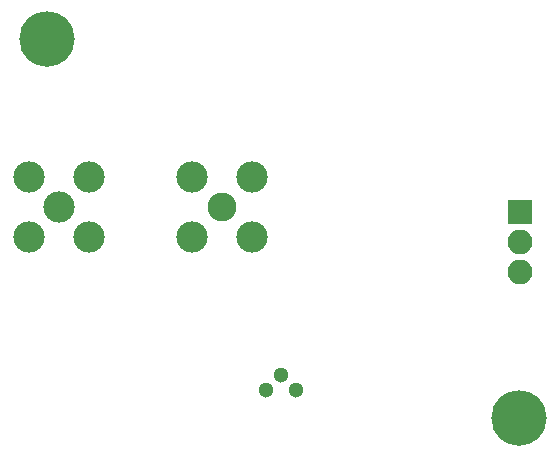
<source format=gbr>
G04 #@! TF.GenerationSoftware,KiCad,Pcbnew,(6.0.5)*
G04 #@! TF.CreationDate,2022-06-03T12:50:17+02:00*
G04 #@! TF.ProjectId,PDH_photodiode,5044485f-7068-46f7-946f-64696f64652e,1.3*
G04 #@! TF.SameCoordinates,Original*
G04 #@! TF.FileFunction,Soldermask,Bot*
G04 #@! TF.FilePolarity,Negative*
%FSLAX45Y45*%
G04 Gerber Fmt 4.5, Leading zero omitted, Abs format (unit mm)*
G04 Created by KiCad (PCBNEW (6.0.5)) date 2022-06-03 12:50:17*
%MOMM*%
%LPD*%
G01*
G04 APERTURE LIST*
G04 Aperture macros list*
%AMRoundRect*
0 Rectangle with rounded corners*
0 $1 Rounding radius*
0 $2 $3 $4 $5 $6 $7 $8 $9 X,Y pos of 4 corners*
0 Add a 4 corners polygon primitive as box body*
4,1,4,$2,$3,$4,$5,$6,$7,$8,$9,$2,$3,0*
0 Add four circle primitives for the rounded corners*
1,1,$1+$1,$2,$3*
1,1,$1+$1,$4,$5*
1,1,$1+$1,$6,$7*
1,1,$1+$1,$8,$9*
0 Add four rect primitives between the rounded corners*
20,1,$1+$1,$2,$3,$4,$5,0*
20,1,$1+$1,$4,$5,$6,$7,0*
20,1,$1+$1,$6,$7,$8,$9,0*
20,1,$1+$1,$8,$9,$2,$3,0*%
G04 Aperture macros list end*
%ADD10RoundRect,0.200000X-0.850000X-0.850000X0.850000X-0.850000X0.850000X0.850000X-0.850000X0.850000X0*%
%ADD11O,2.100000X2.100000*%
%ADD12C,4.700000*%
%ADD13C,2.450000*%
%ADD14C,2.650000*%
%ADD15C,1.300000*%
G04 APERTURE END LIST*
D10*
X15125000Y-6421000D03*
D11*
X15125000Y-6675000D03*
X15125000Y-6929000D03*
D12*
X11125000Y-4950000D03*
X15120000Y-8165000D03*
D13*
X12607500Y-6372500D03*
D14*
X12861500Y-6118500D03*
X12861500Y-6626500D03*
X12353500Y-6626500D03*
X12353500Y-6118500D03*
X11225000Y-6375000D03*
X11479000Y-6629000D03*
X11479000Y-6121000D03*
X10971000Y-6121000D03*
X10971000Y-6629000D03*
D15*
X12979000Y-7925000D03*
X13106000Y-7798000D03*
X13233000Y-7925000D03*
M02*

</source>
